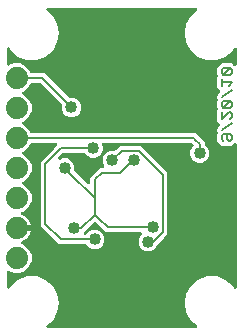
<source format=gbr>
G04 EAGLE Gerber RS-274X export*
G75*
%MOMM*%
%FSLAX34Y34*%
%LPD*%
%INBottom Copper*%
%IPPOS*%
%AMOC8*
5,1,8,0,0,1.08239X$1,22.5*%
G01*
%ADD10C,0.152400*%
%ADD11C,1.879600*%
%ADD12C,1.016000*%
%ADD13C,0.203200*%

G36*
X164302Y4323D02*
X164302Y4323D01*
X164337Y4321D01*
X164459Y4343D01*
X164582Y4359D01*
X164615Y4372D01*
X164650Y4378D01*
X164763Y4430D01*
X164878Y4476D01*
X164906Y4496D01*
X164939Y4511D01*
X165035Y4590D01*
X165135Y4662D01*
X165158Y4690D01*
X165185Y4712D01*
X165259Y4812D01*
X165338Y4907D01*
X165353Y4939D01*
X165374Y4968D01*
X165421Y5083D01*
X165474Y5195D01*
X165480Y5230D01*
X165493Y5263D01*
X165510Y5386D01*
X165533Y5507D01*
X165531Y5543D01*
X165536Y5578D01*
X165521Y5701D01*
X165514Y5825D01*
X165503Y5859D01*
X165498Y5894D01*
X165454Y6009D01*
X165416Y6127D01*
X165397Y6157D01*
X165384Y6190D01*
X165312Y6291D01*
X165245Y6396D01*
X165220Y6420D01*
X165199Y6449D01*
X165082Y6560D01*
X160215Y10644D01*
X156229Y17549D01*
X154845Y25400D01*
X156229Y33251D01*
X160215Y40155D01*
X166322Y45280D01*
X173814Y48007D01*
X181786Y48007D01*
X189278Y45280D01*
X195385Y40156D01*
X196513Y38202D01*
X196601Y38086D01*
X196686Y37968D01*
X196697Y37959D01*
X196705Y37949D01*
X196819Y37858D01*
X196931Y37765D01*
X196944Y37759D01*
X196954Y37751D01*
X197088Y37691D01*
X197219Y37630D01*
X197232Y37627D01*
X197245Y37622D01*
X197389Y37597D01*
X197532Y37570D01*
X197545Y37571D01*
X197558Y37568D01*
X197704Y37581D01*
X197849Y37590D01*
X197862Y37594D01*
X197875Y37595D01*
X198013Y37643D01*
X198151Y37688D01*
X198163Y37695D01*
X198176Y37699D01*
X198297Y37780D01*
X198420Y37858D01*
X198429Y37868D01*
X198441Y37875D01*
X198538Y37983D01*
X198638Y38089D01*
X198645Y38101D01*
X198654Y38111D01*
X198721Y38240D01*
X198792Y38368D01*
X198795Y38381D01*
X198801Y38393D01*
X198835Y38535D01*
X198871Y38676D01*
X198872Y38694D01*
X198874Y38702D01*
X198874Y38720D01*
X198881Y38837D01*
X198881Y159649D01*
X198864Y159786D01*
X198851Y159925D01*
X198844Y159944D01*
X198841Y159964D01*
X198791Y160093D01*
X198743Y160224D01*
X198732Y160241D01*
X198724Y160260D01*
X198643Y160372D01*
X198565Y160487D01*
X198549Y160501D01*
X198538Y160517D01*
X198430Y160606D01*
X198326Y160698D01*
X198308Y160707D01*
X198293Y160720D01*
X198167Y160779D01*
X198043Y160843D01*
X198023Y160847D01*
X198005Y160856D01*
X197869Y160882D01*
X197733Y160912D01*
X197712Y160912D01*
X197693Y160915D01*
X197554Y160907D01*
X197415Y160903D01*
X197395Y160897D01*
X197375Y160896D01*
X197243Y160853D01*
X197109Y160814D01*
X197092Y160804D01*
X197073Y160798D01*
X196955Y160723D01*
X196835Y160653D01*
X196814Y160634D01*
X196804Y160627D01*
X196790Y160612D01*
X196715Y160546D01*
X194963Y158795D01*
X190152Y158795D01*
X190138Y158801D01*
X190020Y158820D01*
X189904Y158846D01*
X189864Y158845D01*
X189824Y158851D01*
X189705Y158840D01*
X189586Y158836D01*
X189547Y158825D01*
X189507Y158821D01*
X189434Y158795D01*
X186044Y158795D01*
X182371Y162468D01*
X182371Y168506D01*
X182556Y168690D01*
X182650Y168812D01*
X182745Y168931D01*
X182747Y168937D01*
X182751Y168942D01*
X182812Y169083D01*
X182874Y169222D01*
X182875Y169228D01*
X182877Y169234D01*
X182902Y169387D01*
X182927Y169536D01*
X182926Y169542D01*
X182927Y169548D01*
X182913Y169701D01*
X182900Y169852D01*
X182898Y169858D01*
X182897Y169864D01*
X182846Y170008D01*
X182795Y170153D01*
X182791Y170160D01*
X182790Y170164D01*
X182784Y170172D01*
X182715Y170292D01*
X182136Y171160D01*
X182755Y174256D01*
X184525Y175436D01*
X184590Y175492D01*
X184660Y175540D01*
X184710Y175596D01*
X184766Y175645D01*
X184814Y175714D01*
X184871Y175778D01*
X184905Y175845D01*
X184947Y175906D01*
X184977Y175986D01*
X185015Y176062D01*
X185032Y176134D01*
X185057Y176204D01*
X185066Y176289D01*
X185085Y176372D01*
X185083Y176446D01*
X185090Y176521D01*
X185078Y176605D01*
X185075Y176690D01*
X185054Y176761D01*
X185044Y176835D01*
X185010Y176913D01*
X184987Y176995D01*
X184949Y177059D01*
X184920Y177128D01*
X184868Y177196D01*
X184825Y177269D01*
X184733Y177373D01*
X184727Y177381D01*
X184724Y177384D01*
X184719Y177390D01*
X182371Y179738D01*
X182371Y188657D01*
X182412Y188697D01*
X182485Y188792D01*
X182564Y188881D01*
X182582Y188917D01*
X182607Y188949D01*
X182654Y189058D01*
X182708Y189164D01*
X182717Y189204D01*
X182733Y189241D01*
X182752Y189358D01*
X182778Y189474D01*
X182777Y189515D01*
X182783Y189555D01*
X182772Y189673D01*
X182768Y189792D01*
X182757Y189831D01*
X182753Y189871D01*
X182713Y189984D01*
X182680Y190098D01*
X182660Y190132D01*
X182646Y190171D01*
X182579Y190269D01*
X182518Y190372D01*
X182479Y190417D01*
X182467Y190434D01*
X182452Y190447D01*
X182412Y190493D01*
X182371Y190533D01*
X182371Y196571D01*
X182556Y196756D01*
X182650Y196878D01*
X182745Y196997D01*
X182747Y197002D01*
X182751Y197007D01*
X182812Y197148D01*
X182874Y197287D01*
X182875Y197294D01*
X182877Y197299D01*
X182902Y197452D01*
X182927Y197601D01*
X182926Y197607D01*
X182927Y197613D01*
X182913Y197767D01*
X182900Y197918D01*
X182898Y197924D01*
X182897Y197930D01*
X182846Y198074D01*
X182795Y198218D01*
X182791Y198225D01*
X182790Y198229D01*
X182784Y198237D01*
X182715Y198358D01*
X182136Y199226D01*
X182755Y202322D01*
X184525Y203502D01*
X184590Y203558D01*
X184660Y203605D01*
X184710Y203661D01*
X184766Y203710D01*
X184814Y203780D01*
X184871Y203844D01*
X184905Y203910D01*
X184947Y203972D01*
X184977Y204051D01*
X185015Y204127D01*
X185032Y204200D01*
X185057Y204270D01*
X185066Y204354D01*
X185085Y204437D01*
X185083Y204512D01*
X185090Y204586D01*
X185078Y204670D01*
X185075Y204755D01*
X185054Y204827D01*
X185044Y204901D01*
X185010Y204979D01*
X184987Y205061D01*
X184949Y205125D01*
X184920Y205194D01*
X184868Y205262D01*
X184825Y205335D01*
X184733Y205439D01*
X184727Y205447D01*
X184724Y205449D01*
X184719Y205456D01*
X182371Y207803D01*
X182371Y216722D01*
X182412Y216763D01*
X182485Y216857D01*
X182564Y216946D01*
X182582Y216982D01*
X182607Y217014D01*
X182654Y217124D01*
X182708Y217230D01*
X182717Y217269D01*
X182733Y217306D01*
X182752Y217424D01*
X182778Y217540D01*
X182777Y217580D01*
X182783Y217620D01*
X182772Y217739D01*
X182768Y217858D01*
X182757Y217897D01*
X182753Y217937D01*
X182713Y218049D01*
X182680Y218163D01*
X182659Y218198D01*
X182646Y218236D01*
X182579Y218335D01*
X182518Y218437D01*
X182479Y218483D01*
X182467Y218499D01*
X182452Y218513D01*
X182412Y218558D01*
X182371Y218599D01*
X182371Y224637D01*
X186044Y228310D01*
X194963Y228310D01*
X196032Y227241D01*
X196714Y226559D01*
X196824Y226473D01*
X196931Y226385D01*
X196950Y226376D01*
X196966Y226364D01*
X197094Y226308D01*
X197219Y226249D01*
X197239Y226245D01*
X197258Y226237D01*
X197396Y226215D01*
X197532Y226189D01*
X197552Y226191D01*
X197572Y226187D01*
X197711Y226200D01*
X197849Y226209D01*
X197868Y226215D01*
X197888Y226217D01*
X198019Y226264D01*
X198151Y226307D01*
X198169Y226318D01*
X198188Y226325D01*
X198302Y226403D01*
X198420Y226477D01*
X198434Y226492D01*
X198451Y226503D01*
X198543Y226607D01*
X198638Y226709D01*
X198648Y226727D01*
X198661Y226742D01*
X198724Y226865D01*
X198792Y226987D01*
X198797Y227007D01*
X198806Y227025D01*
X198836Y227161D01*
X198871Y227295D01*
X198873Y227323D01*
X198876Y227335D01*
X198875Y227356D01*
X198881Y227456D01*
X198881Y240563D01*
X198863Y240708D01*
X198848Y240853D01*
X198843Y240866D01*
X198841Y240879D01*
X198788Y241014D01*
X198737Y241151D01*
X198729Y241162D01*
X198724Y241175D01*
X198639Y241292D01*
X198556Y241412D01*
X198545Y241421D01*
X198538Y241432D01*
X198426Y241525D01*
X198315Y241620D01*
X198303Y241626D01*
X198293Y241635D01*
X198161Y241697D01*
X198030Y241762D01*
X198017Y241765D01*
X198005Y241770D01*
X197863Y241798D01*
X197719Y241828D01*
X197706Y241828D01*
X197693Y241830D01*
X197548Y241821D01*
X197402Y241815D01*
X197388Y241811D01*
X197375Y241810D01*
X197237Y241766D01*
X197097Y241724D01*
X197085Y241717D01*
X197073Y241712D01*
X196950Y241635D01*
X196825Y241559D01*
X196815Y241549D01*
X196804Y241542D01*
X196704Y241436D01*
X196602Y241332D01*
X196592Y241317D01*
X196586Y241311D01*
X196578Y241296D01*
X196513Y241198D01*
X195385Y239245D01*
X189278Y234120D01*
X181786Y231393D01*
X173814Y231393D01*
X166322Y234120D01*
X160215Y239244D01*
X156229Y246149D01*
X154845Y254000D01*
X156229Y261851D01*
X160215Y268755D01*
X165082Y272840D01*
X165106Y272866D01*
X165135Y272886D01*
X165214Y272982D01*
X165299Y273073D01*
X165315Y273104D01*
X165338Y273131D01*
X165391Y273244D01*
X165450Y273353D01*
X165458Y273387D01*
X165474Y273419D01*
X165497Y273541D01*
X165527Y273661D01*
X165527Y273697D01*
X165533Y273732D01*
X165526Y273855D01*
X165525Y273979D01*
X165516Y274014D01*
X165514Y274049D01*
X165475Y274167D01*
X165444Y274287D01*
X165426Y274318D01*
X165416Y274351D01*
X165349Y274456D01*
X165289Y274565D01*
X165264Y274590D01*
X165245Y274620D01*
X165155Y274705D01*
X165070Y274795D01*
X165040Y274814D01*
X165014Y274838D01*
X164905Y274898D01*
X164800Y274964D01*
X164766Y274975D01*
X164735Y274992D01*
X164615Y275023D01*
X164497Y275060D01*
X164462Y275062D01*
X164427Y275071D01*
X164267Y275081D01*
X38933Y275081D01*
X38898Y275077D01*
X38863Y275079D01*
X38741Y275057D01*
X38618Y275041D01*
X38585Y275028D01*
X38550Y275022D01*
X38437Y274970D01*
X38322Y274924D01*
X38294Y274904D01*
X38261Y274889D01*
X38165Y274810D01*
X38065Y274738D01*
X38042Y274710D01*
X38015Y274688D01*
X37941Y274588D01*
X37862Y274493D01*
X37847Y274461D01*
X37826Y274432D01*
X37779Y274317D01*
X37726Y274205D01*
X37720Y274170D01*
X37707Y274137D01*
X37690Y274014D01*
X37667Y273893D01*
X37669Y273857D01*
X37664Y273822D01*
X37679Y273699D01*
X37686Y273575D01*
X37697Y273541D01*
X37702Y273506D01*
X37746Y273391D01*
X37784Y273273D01*
X37803Y273243D01*
X37816Y273210D01*
X37888Y273109D01*
X37955Y273004D01*
X37980Y272980D01*
X38001Y272951D01*
X38118Y272840D01*
X42985Y268756D01*
X46971Y261851D01*
X48355Y254000D01*
X46971Y246149D01*
X42985Y239245D01*
X36878Y234120D01*
X29386Y231393D01*
X21414Y231393D01*
X13922Y234120D01*
X7815Y239244D01*
X6687Y241198D01*
X6599Y241314D01*
X6514Y241432D01*
X6503Y241441D01*
X6495Y241451D01*
X6381Y241542D01*
X6269Y241635D01*
X6256Y241641D01*
X6246Y241649D01*
X6112Y241709D01*
X5981Y241770D01*
X5968Y241773D01*
X5955Y241778D01*
X5811Y241803D01*
X5668Y241830D01*
X5655Y241829D01*
X5642Y241832D01*
X5496Y241819D01*
X5351Y241810D01*
X5338Y241806D01*
X5325Y241805D01*
X5187Y241757D01*
X5049Y241712D01*
X5037Y241705D01*
X5024Y241701D01*
X4903Y241620D01*
X4780Y241542D01*
X4771Y241532D01*
X4759Y241525D01*
X4662Y241417D01*
X4562Y241311D01*
X4555Y241299D01*
X4546Y241289D01*
X4479Y241160D01*
X4408Y241032D01*
X4405Y241019D01*
X4399Y241007D01*
X4365Y240865D01*
X4329Y240724D01*
X4328Y240706D01*
X4326Y240698D01*
X4326Y240680D01*
X4319Y240563D01*
X4319Y227800D01*
X4325Y227751D01*
X4323Y227701D01*
X4345Y227594D01*
X4359Y227485D01*
X4377Y227439D01*
X4387Y227390D01*
X4435Y227291D01*
X4476Y227189D01*
X4505Y227149D01*
X4527Y227104D01*
X4598Y227020D01*
X4662Y226932D01*
X4701Y226900D01*
X4733Y226862D01*
X4823Y226799D01*
X4907Y226729D01*
X4952Y226708D01*
X4993Y226679D01*
X5096Y226640D01*
X5195Y226593D01*
X5244Y226584D01*
X5290Y226566D01*
X5400Y226554D01*
X5507Y226533D01*
X5557Y226537D01*
X5606Y226531D01*
X5715Y226546D01*
X5825Y226553D01*
X5872Y226569D01*
X5921Y226575D01*
X6074Y226628D01*
X10224Y228347D01*
X15176Y228347D01*
X19750Y226452D01*
X23252Y222950D01*
X24164Y220748D01*
X24179Y220723D01*
X24188Y220695D01*
X24257Y220585D01*
X24322Y220472D01*
X24342Y220451D01*
X24358Y220426D01*
X24452Y220337D01*
X24543Y220244D01*
X24568Y220228D01*
X24590Y220208D01*
X24703Y220145D01*
X24814Y220077D01*
X24842Y220069D01*
X24868Y220054D01*
X24994Y220022D01*
X25118Y219984D01*
X25147Y219982D01*
X25176Y219975D01*
X25337Y219965D01*
X35974Y219965D01*
X56430Y199508D01*
X56508Y199448D01*
X56580Y199380D01*
X56633Y199351D01*
X56681Y199314D01*
X56772Y199274D01*
X56859Y199226D01*
X56917Y199211D01*
X56973Y199187D01*
X57071Y199172D01*
X57167Y199147D01*
X57267Y199141D01*
X57287Y199137D01*
X57299Y199139D01*
X57327Y199137D01*
X60545Y199137D01*
X63533Y197899D01*
X65819Y195613D01*
X67057Y192625D01*
X67057Y189391D01*
X65819Y186403D01*
X63533Y184117D01*
X60545Y182879D01*
X57311Y182879D01*
X54323Y184117D01*
X52037Y186403D01*
X50799Y189391D01*
X50799Y192639D01*
X50822Y192742D01*
X50857Y192867D01*
X50857Y192897D01*
X50864Y192926D01*
X50860Y193055D01*
X50862Y193185D01*
X50855Y193214D01*
X50854Y193244D01*
X50818Y193368D01*
X50788Y193495D01*
X50774Y193521D01*
X50766Y193549D01*
X50700Y193661D01*
X50639Y193776D01*
X50619Y193798D01*
X50604Y193823D01*
X50498Y193944D01*
X32978Y211464D01*
X32900Y211524D01*
X32828Y211592D01*
X32775Y211621D01*
X32727Y211658D01*
X32636Y211698D01*
X32549Y211746D01*
X32491Y211761D01*
X32435Y211785D01*
X32337Y211800D01*
X32241Y211825D01*
X32141Y211831D01*
X32121Y211835D01*
X32109Y211833D01*
X32081Y211835D01*
X25337Y211835D01*
X25307Y211832D01*
X25278Y211834D01*
X25150Y211812D01*
X25021Y211795D01*
X24994Y211785D01*
X24965Y211780D01*
X24846Y211726D01*
X24725Y211678D01*
X24702Y211661D01*
X24675Y211649D01*
X24573Y211568D01*
X24468Y211492D01*
X24449Y211469D01*
X24426Y211450D01*
X24348Y211347D01*
X24265Y211247D01*
X24253Y211220D01*
X24235Y211196D01*
X24164Y211052D01*
X23252Y208850D01*
X19750Y205348D01*
X17395Y204373D01*
X17275Y204304D01*
X17152Y204239D01*
X17137Y204225D01*
X17119Y204215D01*
X17019Y204118D01*
X16916Y204025D01*
X16905Y204008D01*
X16891Y203994D01*
X16818Y203875D01*
X16742Y203759D01*
X16735Y203740D01*
X16724Y203723D01*
X16683Y203590D01*
X16638Y203458D01*
X16637Y203438D01*
X16631Y203419D01*
X16624Y203280D01*
X16613Y203141D01*
X16617Y203121D01*
X16616Y203101D01*
X16644Y202965D01*
X16668Y202828D01*
X16676Y202809D01*
X16680Y202790D01*
X16741Y202664D01*
X16798Y202538D01*
X16811Y202522D01*
X16820Y202504D01*
X16910Y202398D01*
X16997Y202290D01*
X17013Y202277D01*
X17026Y202262D01*
X17140Y202182D01*
X17251Y202098D01*
X17276Y202086D01*
X17286Y202079D01*
X17305Y202072D01*
X17395Y202027D01*
X19751Y201052D01*
X23252Y197550D01*
X25147Y192976D01*
X25147Y188024D01*
X23252Y183450D01*
X19750Y179948D01*
X17395Y178973D01*
X17275Y178904D01*
X17152Y178839D01*
X17137Y178825D01*
X17119Y178815D01*
X17019Y178718D01*
X16916Y178625D01*
X16905Y178608D01*
X16891Y178594D01*
X16818Y178475D01*
X16742Y178359D01*
X16735Y178340D01*
X16724Y178323D01*
X16683Y178190D01*
X16638Y178058D01*
X16637Y178038D01*
X16631Y178019D01*
X16624Y177880D01*
X16613Y177741D01*
X16617Y177721D01*
X16616Y177701D01*
X16644Y177565D01*
X16668Y177428D01*
X16676Y177409D01*
X16680Y177390D01*
X16741Y177264D01*
X16798Y177138D01*
X16811Y177122D01*
X16820Y177104D01*
X16910Y176998D01*
X16997Y176890D01*
X17013Y176877D01*
X17026Y176862D01*
X17140Y176782D01*
X17251Y176698D01*
X17276Y176686D01*
X17286Y176679D01*
X17305Y176672D01*
X17395Y176627D01*
X19751Y175652D01*
X23252Y172150D01*
X24164Y169948D01*
X24179Y169923D01*
X24188Y169895D01*
X24257Y169785D01*
X24322Y169672D01*
X24342Y169651D01*
X24358Y169626D01*
X24452Y169537D01*
X24543Y169444D01*
X24568Y169428D01*
X24590Y169408D01*
X24703Y169345D01*
X24814Y169277D01*
X24842Y169269D01*
X24868Y169254D01*
X24994Y169222D01*
X25118Y169184D01*
X25147Y169182D01*
X25176Y169175D01*
X25337Y169165D01*
X164244Y169165D01*
X171705Y161704D01*
X171705Y160357D01*
X171717Y160259D01*
X171720Y160160D01*
X171737Y160101D01*
X171745Y160041D01*
X171781Y159949D01*
X171809Y159854D01*
X171839Y159802D01*
X171862Y159746D01*
X171920Y159666D01*
X171970Y159580D01*
X172036Y159505D01*
X172048Y159488D01*
X172058Y159480D01*
X172076Y159459D01*
X174531Y157005D01*
X175769Y154017D01*
X175769Y150783D01*
X174531Y147795D01*
X172245Y145509D01*
X169257Y144271D01*
X166023Y144271D01*
X163035Y145509D01*
X160749Y147795D01*
X159511Y150783D01*
X159511Y154017D01*
X160749Y157005D01*
X161930Y158186D01*
X162003Y158280D01*
X162082Y158370D01*
X162101Y158405D01*
X162125Y158437D01*
X162173Y158547D01*
X162227Y158653D01*
X162236Y158692D01*
X162252Y158729D01*
X162270Y158847D01*
X162296Y158963D01*
X162295Y159003D01*
X162302Y159043D01*
X162290Y159162D01*
X162287Y159281D01*
X162276Y159320D01*
X162272Y159360D01*
X162231Y159472D01*
X162198Y159586D01*
X162178Y159621D01*
X162164Y159659D01*
X162097Y159758D01*
X162037Y159860D01*
X161997Y159906D01*
X161986Y159922D01*
X161970Y159936D01*
X161930Y159981D01*
X161248Y160664D01*
X161170Y160724D01*
X161098Y160792D01*
X161045Y160821D01*
X160997Y160858D01*
X160906Y160898D01*
X160819Y160946D01*
X160761Y160961D01*
X160705Y160985D01*
X160607Y161000D01*
X160511Y161025D01*
X160411Y161031D01*
X160391Y161035D01*
X160379Y161033D01*
X160351Y161035D01*
X86021Y161035D01*
X85971Y161029D01*
X85922Y161031D01*
X85814Y161009D01*
X85705Y160995D01*
X85659Y160977D01*
X85610Y160967D01*
X85512Y160919D01*
X85409Y160878D01*
X85369Y160849D01*
X85324Y160827D01*
X85241Y160756D01*
X85152Y160692D01*
X85120Y160653D01*
X85082Y160621D01*
X85019Y160531D01*
X84949Y160447D01*
X84928Y160402D01*
X84899Y160361D01*
X84860Y160258D01*
X84814Y160159D01*
X84804Y160110D01*
X84787Y160064D01*
X84774Y159954D01*
X84754Y159847D01*
X84757Y159797D01*
X84751Y159748D01*
X84767Y159639D01*
X84774Y159529D01*
X84789Y159482D01*
X84796Y159433D01*
X84848Y159280D01*
X85345Y158081D01*
X85345Y154847D01*
X84107Y151859D01*
X81821Y149573D01*
X78833Y148335D01*
X75599Y148335D01*
X72611Y149573D01*
X70157Y152028D01*
X70078Y152088D01*
X70006Y152156D01*
X69953Y152185D01*
X69905Y152222D01*
X69814Y152262D01*
X69728Y152310D01*
X69669Y152325D01*
X69614Y152349D01*
X69516Y152364D01*
X69420Y152389D01*
X69320Y152395D01*
X69299Y152399D01*
X69287Y152397D01*
X69259Y152399D01*
X51993Y152399D01*
X51895Y152387D01*
X51796Y152384D01*
X51738Y152367D01*
X51678Y152359D01*
X51586Y152323D01*
X51491Y152295D01*
X51439Y152265D01*
X51382Y152242D01*
X51302Y152184D01*
X51217Y152134D01*
X51141Y152068D01*
X51125Y152056D01*
X51117Y152046D01*
X51096Y152028D01*
X49572Y150504D01*
X47997Y148928D01*
X47954Y148873D01*
X47904Y148825D01*
X47857Y148748D01*
X47802Y148677D01*
X47774Y148613D01*
X47738Y148553D01*
X47711Y148468D01*
X47675Y148385D01*
X47664Y148316D01*
X47644Y148250D01*
X47640Y148160D01*
X47626Y148071D01*
X47632Y148001D01*
X47629Y147932D01*
X47647Y147844D01*
X47655Y147754D01*
X47679Y147689D01*
X47693Y147620D01*
X47733Y147540D01*
X47763Y147455D01*
X47802Y147397D01*
X47833Y147335D01*
X47891Y147266D01*
X47942Y147192D01*
X47994Y147146D01*
X48039Y147093D01*
X48112Y147041D01*
X48180Y146982D01*
X48242Y146950D01*
X48299Y146910D01*
X48383Y146878D01*
X48463Y146837D01*
X48531Y146822D01*
X48597Y146797D01*
X48686Y146787D01*
X48773Y146767D01*
X48843Y146769D01*
X48913Y146762D01*
X49002Y146774D01*
X49091Y146777D01*
X49158Y146796D01*
X49228Y146806D01*
X49380Y146858D01*
X51723Y147829D01*
X54957Y147829D01*
X57945Y146591D01*
X60231Y144305D01*
X61469Y141317D01*
X61469Y137845D01*
X61481Y137747D01*
X61484Y137648D01*
X61501Y137590D01*
X61509Y137530D01*
X61545Y137438D01*
X61573Y137343D01*
X61603Y137291D01*
X61626Y137234D01*
X61684Y137154D01*
X61734Y137069D01*
X61800Y136993D01*
X61812Y136977D01*
X61822Y136969D01*
X61840Y136948D01*
X72509Y126280D01*
X72618Y126195D01*
X72725Y126106D01*
X72744Y126097D01*
X72760Y126085D01*
X72888Y126029D01*
X73013Y125970D01*
X73033Y125967D01*
X73052Y125959D01*
X73190Y125937D01*
X73326Y125911D01*
X73346Y125912D01*
X73366Y125909D01*
X73505Y125922D01*
X73643Y125930D01*
X73662Y125937D01*
X73682Y125939D01*
X73814Y125986D01*
X73945Y126028D01*
X73963Y126039D01*
X73982Y126046D01*
X74097Y126124D01*
X74214Y126199D01*
X74228Y126213D01*
X74245Y126225D01*
X74337Y126329D01*
X74432Y126430D01*
X74442Y126448D01*
X74455Y126463D01*
X74519Y126587D01*
X74586Y126709D01*
X74591Y126728D01*
X74600Y126746D01*
X74630Y126882D01*
X74665Y127017D01*
X74667Y127045D01*
X74670Y127057D01*
X74669Y127077D01*
X74675Y127177D01*
X74675Y131224D01*
X83406Y139955D01*
X85404Y139955D01*
X85453Y139961D01*
X85503Y139959D01*
X85610Y139981D01*
X85719Y139995D01*
X85766Y140013D01*
X85814Y140023D01*
X85913Y140071D01*
X86015Y140112D01*
X86055Y140141D01*
X86100Y140163D01*
X86184Y140234D01*
X86272Y140298D01*
X86304Y140337D01*
X86342Y140369D01*
X86405Y140459D01*
X86475Y140543D01*
X86496Y140588D01*
X86525Y140629D01*
X86564Y140732D01*
X86611Y140831D01*
X86620Y140880D01*
X86638Y140926D01*
X86650Y141036D01*
X86671Y141143D01*
X86668Y141193D01*
X86673Y141242D01*
X86658Y141351D01*
X86651Y141461D01*
X86636Y141508D01*
X86629Y141557D01*
X86577Y141710D01*
X85343Y144687D01*
X85343Y147921D01*
X86581Y150909D01*
X88867Y153195D01*
X91855Y154433D01*
X95327Y154433D01*
X95425Y154445D01*
X95524Y154448D01*
X95582Y154465D01*
X95642Y154473D01*
X95734Y154509D01*
X95829Y154537D01*
X95881Y154567D01*
X95938Y154590D01*
X96018Y154648D01*
X96103Y154698D01*
X96179Y154764D01*
X96195Y154776D01*
X96203Y154786D01*
X96224Y154804D01*
X99916Y158497D01*
X117508Y158497D01*
X140209Y135796D01*
X140209Y83660D01*
X137456Y80908D01*
X132212Y75664D01*
X132206Y75656D01*
X132199Y75651D01*
X132109Y75531D01*
X132017Y75412D01*
X132013Y75404D01*
X132008Y75396D01*
X131937Y75252D01*
X130843Y72611D01*
X128557Y70325D01*
X125569Y69087D01*
X122335Y69087D01*
X119347Y70325D01*
X117061Y72611D01*
X115823Y75599D01*
X115823Y78833D01*
X117061Y81821D01*
X118417Y83177D01*
X118502Y83286D01*
X118591Y83393D01*
X118599Y83412D01*
X118612Y83428D01*
X118667Y83555D01*
X118726Y83681D01*
X118730Y83701D01*
X118738Y83720D01*
X118760Y83857D01*
X118786Y83994D01*
X118785Y84014D01*
X118788Y84034D01*
X118775Y84173D01*
X118766Y84311D01*
X118760Y84330D01*
X118758Y84350D01*
X118711Y84482D01*
X118668Y84613D01*
X118657Y84631D01*
X118650Y84650D01*
X118572Y84765D01*
X118498Y84882D01*
X118483Y84896D01*
X118472Y84913D01*
X118368Y85005D01*
X118266Y85100D01*
X118249Y85110D01*
X118233Y85123D01*
X118109Y85187D01*
X117988Y85254D01*
X117968Y85259D01*
X117950Y85268D01*
X117814Y85298D01*
X117680Y85333D01*
X117652Y85335D01*
X117640Y85338D01*
X117619Y85337D01*
X117519Y85343D01*
X87978Y85343D01*
X79968Y93354D01*
X79637Y93684D01*
X79543Y93757D01*
X79454Y93836D01*
X79418Y93854D01*
X79386Y93879D01*
X79277Y93926D01*
X79171Y93980D01*
X79132Y93989D01*
X79094Y94005D01*
X78977Y94024D01*
X78861Y94050D01*
X78820Y94049D01*
X78780Y94055D01*
X78662Y94044D01*
X78543Y94040D01*
X78504Y94029D01*
X78464Y94025D01*
X78351Y93985D01*
X78237Y93952D01*
X78202Y93932D01*
X78164Y93918D01*
X78066Y93851D01*
X77963Y93790D01*
X77918Y93751D01*
X77901Y93739D01*
X77888Y93724D01*
X77842Y93684D01*
X71746Y87588D01*
X69638Y85479D01*
X69553Y85370D01*
X69464Y85263D01*
X69455Y85244D01*
X69443Y85228D01*
X69387Y85100D01*
X69328Y84975D01*
X69325Y84955D01*
X69317Y84936D01*
X69295Y84798D01*
X69269Y84662D01*
X69270Y84642D01*
X69267Y84622D01*
X69280Y84483D01*
X69288Y84345D01*
X69295Y84326D01*
X69297Y84306D01*
X69344Y84174D01*
X69386Y84043D01*
X69397Y84025D01*
X69404Y84006D01*
X69482Y83891D01*
X69557Y83774D01*
X69571Y83760D01*
X69583Y83743D01*
X69687Y83651D01*
X69788Y83556D01*
X69806Y83546D01*
X69821Y83533D01*
X69945Y83469D01*
X70067Y83402D01*
X70086Y83397D01*
X70104Y83388D01*
X70240Y83358D01*
X70375Y83323D01*
X70403Y83321D01*
X70415Y83318D01*
X70435Y83319D01*
X70535Y83313D01*
X70783Y83313D01*
X70881Y83325D01*
X70980Y83328D01*
X71039Y83345D01*
X71099Y83353D01*
X71191Y83389D01*
X71286Y83417D01*
X71338Y83447D01*
X71394Y83470D01*
X71474Y83528D01*
X71560Y83578D01*
X71635Y83644D01*
X71652Y83656D01*
X71660Y83666D01*
X71681Y83684D01*
X74135Y86139D01*
X77123Y87377D01*
X80357Y87377D01*
X83345Y86139D01*
X85631Y83853D01*
X86869Y80865D01*
X86869Y77631D01*
X85631Y74643D01*
X83345Y72357D01*
X80357Y71119D01*
X77123Y71119D01*
X74135Y72357D01*
X71681Y74812D01*
X71602Y74872D01*
X71530Y74940D01*
X71477Y74969D01*
X71429Y75006D01*
X71338Y75046D01*
X71252Y75094D01*
X71193Y75109D01*
X71138Y75133D01*
X71040Y75148D01*
X70944Y75173D01*
X70844Y75179D01*
X70823Y75183D01*
X70811Y75181D01*
X70783Y75183D01*
X48608Y75183D01*
X32765Y91026D01*
X32765Y145194D01*
X43824Y156252D01*
X46440Y158869D01*
X46525Y158978D01*
X46614Y159085D01*
X46623Y159104D01*
X46635Y159120D01*
X46690Y159248D01*
X46750Y159373D01*
X46753Y159393D01*
X46761Y159412D01*
X46783Y159550D01*
X46809Y159686D01*
X46808Y159706D01*
X46811Y159726D01*
X46798Y159865D01*
X46790Y160003D01*
X46783Y160022D01*
X46781Y160042D01*
X46734Y160174D01*
X46692Y160305D01*
X46681Y160323D01*
X46674Y160342D01*
X46596Y160457D01*
X46521Y160574D01*
X46507Y160588D01*
X46495Y160605D01*
X46391Y160697D01*
X46290Y160792D01*
X46272Y160802D01*
X46257Y160815D01*
X46133Y160879D01*
X46011Y160946D01*
X45992Y160951D01*
X45974Y160960D01*
X45838Y160990D01*
X45703Y161025D01*
X45675Y161027D01*
X45663Y161030D01*
X45643Y161029D01*
X45543Y161035D01*
X25337Y161035D01*
X25307Y161032D01*
X25278Y161034D01*
X25150Y161012D01*
X25021Y160995D01*
X24994Y160985D01*
X24965Y160980D01*
X24846Y160926D01*
X24725Y160878D01*
X24702Y160861D01*
X24675Y160849D01*
X24573Y160768D01*
X24468Y160692D01*
X24449Y160669D01*
X24426Y160650D01*
X24348Y160547D01*
X24265Y160447D01*
X24253Y160420D01*
X24235Y160396D01*
X24164Y160252D01*
X23252Y158050D01*
X19750Y154548D01*
X17395Y153573D01*
X17275Y153504D01*
X17152Y153439D01*
X17137Y153425D01*
X17119Y153415D01*
X17019Y153318D01*
X16916Y153225D01*
X16905Y153208D01*
X16891Y153194D01*
X16818Y153075D01*
X16742Y152959D01*
X16735Y152940D01*
X16724Y152923D01*
X16683Y152790D01*
X16638Y152658D01*
X16637Y152638D01*
X16631Y152619D01*
X16624Y152480D01*
X16613Y152341D01*
X16617Y152321D01*
X16616Y152301D01*
X16644Y152165D01*
X16668Y152028D01*
X16676Y152009D01*
X16680Y151990D01*
X16741Y151864D01*
X16798Y151738D01*
X16811Y151722D01*
X16820Y151704D01*
X16910Y151598D01*
X16997Y151490D01*
X17013Y151477D01*
X17026Y151462D01*
X17140Y151382D01*
X17251Y151298D01*
X17276Y151286D01*
X17286Y151279D01*
X17305Y151272D01*
X17395Y151227D01*
X19751Y150252D01*
X23252Y146750D01*
X25147Y142176D01*
X25147Y137224D01*
X23252Y132650D01*
X19750Y129148D01*
X17395Y128173D01*
X17275Y128104D01*
X17152Y128039D01*
X17137Y128025D01*
X17119Y128015D01*
X17019Y127918D01*
X16916Y127825D01*
X16905Y127808D01*
X16891Y127794D01*
X16818Y127675D01*
X16742Y127559D01*
X16735Y127540D01*
X16724Y127523D01*
X16683Y127390D01*
X16638Y127258D01*
X16637Y127238D01*
X16631Y127219D01*
X16624Y127080D01*
X16613Y126941D01*
X16617Y126921D01*
X16616Y126901D01*
X16644Y126765D01*
X16668Y126628D01*
X16676Y126609D01*
X16680Y126590D01*
X16741Y126464D01*
X16798Y126338D01*
X16811Y126322D01*
X16820Y126304D01*
X16910Y126198D01*
X16997Y126090D01*
X17013Y126077D01*
X17026Y126062D01*
X17140Y125982D01*
X17251Y125898D01*
X17276Y125886D01*
X17286Y125879D01*
X17305Y125872D01*
X17395Y125827D01*
X19751Y124852D01*
X23252Y121350D01*
X25147Y116776D01*
X25147Y111824D01*
X23252Y107250D01*
X19750Y103748D01*
X16725Y102495D01*
X16699Y102480D01*
X16670Y102471D01*
X16561Y102401D01*
X16448Y102337D01*
X16427Y102316D01*
X16402Y102300D01*
X16313Y102206D01*
X16220Y102116D01*
X16204Y102090D01*
X16184Y102069D01*
X16121Y101955D01*
X16054Y101845D01*
X16045Y101816D01*
X16031Y101790D01*
X15998Y101665D01*
X15960Y101541D01*
X15959Y101511D01*
X15951Y101482D01*
X15951Y101352D01*
X15945Y101223D01*
X15951Y101194D01*
X15951Y101164D01*
X15983Y101039D01*
X16009Y100912D01*
X16022Y100885D01*
X16030Y100856D01*
X16092Y100743D01*
X16149Y100626D01*
X16168Y100603D01*
X16183Y100577D01*
X16271Y100483D01*
X16355Y100384D01*
X16380Y100367D01*
X16400Y100345D01*
X16509Y100276D01*
X16615Y100201D01*
X16643Y100190D01*
X16669Y100174D01*
X16818Y100115D01*
X17283Y99964D01*
X18957Y99111D01*
X20478Y98006D01*
X21806Y96678D01*
X22911Y95157D01*
X23764Y93483D01*
X24345Y91696D01*
X24385Y91439D01*
X13970Y91439D01*
X13852Y91424D01*
X13733Y91417D01*
X13695Y91404D01*
X13655Y91399D01*
X13544Y91356D01*
X13431Y91319D01*
X13397Y91297D01*
X13359Y91282D01*
X13263Y91212D01*
X13162Y91149D01*
X13134Y91119D01*
X13102Y91095D01*
X13026Y91004D01*
X12944Y90917D01*
X12925Y90882D01*
X12899Y90851D01*
X12848Y90743D01*
X12791Y90639D01*
X12780Y90599D01*
X12763Y90563D01*
X12741Y90446D01*
X12711Y90331D01*
X12707Y90270D01*
X12703Y90250D01*
X12705Y90230D01*
X12701Y90170D01*
X12701Y87630D01*
X12716Y87512D01*
X12723Y87393D01*
X12736Y87355D01*
X12741Y87314D01*
X12785Y87204D01*
X12821Y87091D01*
X12843Y87056D01*
X12858Y87019D01*
X12928Y86923D01*
X12991Y86822D01*
X13021Y86794D01*
X13045Y86761D01*
X13136Y86686D01*
X13223Y86604D01*
X13258Y86584D01*
X13290Y86559D01*
X13397Y86508D01*
X13502Y86450D01*
X13541Y86440D01*
X13577Y86423D01*
X13694Y86401D01*
X13809Y86371D01*
X13870Y86367D01*
X13890Y86363D01*
X13910Y86365D01*
X13970Y86361D01*
X24385Y86361D01*
X24345Y86104D01*
X23764Y84317D01*
X22911Y82643D01*
X21806Y81122D01*
X20478Y79794D01*
X18957Y78689D01*
X17283Y77836D01*
X16818Y77685D01*
X16791Y77672D01*
X16762Y77665D01*
X16648Y77605D01*
X16530Y77550D01*
X16507Y77531D01*
X16481Y77517D01*
X16385Y77430D01*
X16285Y77347D01*
X16268Y77323D01*
X16246Y77303D01*
X16174Y77194D01*
X16098Y77090D01*
X16087Y77062D01*
X16071Y77037D01*
X16029Y76914D01*
X15981Y76794D01*
X15977Y76764D01*
X15968Y76736D01*
X15957Y76607D01*
X15941Y76479D01*
X15945Y76449D01*
X15942Y76419D01*
X15965Y76291D01*
X15981Y76163D01*
X15992Y76135D01*
X15997Y76106D01*
X16050Y75988D01*
X16098Y75867D01*
X16115Y75843D01*
X16127Y75816D01*
X16208Y75715D01*
X16284Y75610D01*
X16307Y75591D01*
X16326Y75567D01*
X16430Y75489D01*
X16529Y75407D01*
X16556Y75394D01*
X16580Y75376D01*
X16725Y75305D01*
X19750Y74052D01*
X23252Y70550D01*
X25147Y65976D01*
X25147Y61024D01*
X23252Y56450D01*
X19750Y52948D01*
X15176Y51053D01*
X10224Y51053D01*
X6074Y52772D01*
X6026Y52786D01*
X5981Y52807D01*
X5873Y52827D01*
X5767Y52856D01*
X5717Y52857D01*
X5668Y52867D01*
X5559Y52860D01*
X5449Y52861D01*
X5401Y52850D01*
X5351Y52847D01*
X5247Y52813D01*
X5140Y52787D01*
X5096Y52764D01*
X5049Y52749D01*
X4956Y52690D01*
X4859Y52639D01*
X4822Y52605D01*
X4780Y52579D01*
X4705Y52498D01*
X4623Y52425D01*
X4596Y52383D01*
X4562Y52347D01*
X4509Y52251D01*
X4449Y52159D01*
X4432Y52112D01*
X4408Y52068D01*
X4381Y51962D01*
X4345Y51858D01*
X4341Y51809D01*
X4329Y51761D01*
X4319Y51600D01*
X4319Y38837D01*
X4337Y38692D01*
X4352Y38547D01*
X4357Y38534D01*
X4359Y38521D01*
X4412Y38386D01*
X4463Y38249D01*
X4471Y38238D01*
X4476Y38225D01*
X4561Y38108D01*
X4644Y37988D01*
X4655Y37979D01*
X4662Y37968D01*
X4775Y37875D01*
X4885Y37780D01*
X4897Y37774D01*
X4907Y37765D01*
X5039Y37703D01*
X5170Y37638D01*
X5183Y37635D01*
X5195Y37630D01*
X5337Y37602D01*
X5481Y37572D01*
X5494Y37572D01*
X5507Y37570D01*
X5652Y37579D01*
X5798Y37585D01*
X5812Y37589D01*
X5825Y37590D01*
X5963Y37634D01*
X6103Y37676D01*
X6115Y37683D01*
X6127Y37688D01*
X6250Y37765D01*
X6375Y37841D01*
X6385Y37851D01*
X6396Y37858D01*
X6496Y37964D01*
X6598Y38068D01*
X6608Y38083D01*
X6614Y38089D01*
X6622Y38104D01*
X6687Y38202D01*
X7815Y40155D01*
X13922Y45280D01*
X21414Y48007D01*
X29386Y48007D01*
X36878Y45280D01*
X42985Y40156D01*
X46971Y33251D01*
X48355Y25400D01*
X46971Y17549D01*
X42985Y10645D01*
X38118Y6560D01*
X38094Y6534D01*
X38065Y6514D01*
X37986Y6418D01*
X37901Y6327D01*
X37885Y6296D01*
X37862Y6269D01*
X37809Y6156D01*
X37750Y6047D01*
X37742Y6013D01*
X37726Y5981D01*
X37703Y5859D01*
X37673Y5739D01*
X37673Y5703D01*
X37667Y5668D01*
X37674Y5545D01*
X37675Y5421D01*
X37684Y5386D01*
X37686Y5351D01*
X37725Y5233D01*
X37756Y5113D01*
X37774Y5082D01*
X37784Y5049D01*
X37851Y4944D01*
X37911Y4835D01*
X37936Y4810D01*
X37955Y4780D01*
X38045Y4695D01*
X38130Y4605D01*
X38160Y4586D01*
X38186Y4562D01*
X38295Y4502D01*
X38400Y4436D01*
X38434Y4425D01*
X38465Y4408D01*
X38585Y4377D01*
X38703Y4340D01*
X38738Y4338D01*
X38773Y4329D01*
X38933Y4319D01*
X164267Y4319D01*
X164302Y4323D01*
G37*
D10*
X187623Y162606D02*
X186182Y164046D01*
X186182Y166927D01*
X187623Y168368D01*
X193385Y168368D01*
X194825Y166927D01*
X194825Y164046D01*
X193385Y162606D01*
X191944Y162606D01*
X190504Y164046D01*
X190504Y168368D01*
X186182Y171961D02*
X194825Y177723D01*
X186182Y181316D02*
X186182Y187078D01*
X186182Y181316D02*
X191944Y187078D01*
X193385Y187078D01*
X194825Y185638D01*
X194825Y182757D01*
X193385Y181316D01*
X193385Y190671D02*
X187623Y190671D01*
X193385Y190671D02*
X194825Y192112D01*
X194825Y194993D01*
X193385Y196433D01*
X187623Y196433D01*
X186182Y194993D01*
X186182Y192112D01*
X187623Y190671D01*
X193385Y196433D01*
X186182Y200026D02*
X194825Y205789D01*
X191944Y209382D02*
X194825Y212263D01*
X186182Y212263D01*
X186182Y209382D02*
X186182Y215144D01*
X187623Y218737D02*
X193385Y218737D01*
X194825Y220177D01*
X194825Y223058D01*
X193385Y224499D01*
X187623Y224499D01*
X186182Y223058D01*
X186182Y220177D01*
X187623Y218737D01*
X193385Y224499D01*
D11*
X12700Y63500D03*
X12700Y88900D03*
X12700Y114300D03*
X12700Y139700D03*
X12700Y165100D03*
X12700Y190500D03*
X12700Y215900D03*
D12*
X39370Y68580D03*
X181610Y114300D03*
X142240Y212090D03*
X41910Y177800D03*
X78740Y12700D03*
X76200Y140970D03*
D13*
X110490Y146050D02*
X110744Y146304D01*
X111760Y146304D01*
X100330Y135890D02*
X85090Y135890D01*
X100330Y135890D02*
X110490Y146050D01*
X128016Y89408D02*
X89662Y89408D01*
X81280Y97790D01*
X78740Y129540D02*
X79248Y130048D01*
X78740Y114300D02*
X78740Y100330D01*
X78740Y114300D02*
X78740Y129540D01*
X78740Y100330D02*
X67310Y88900D01*
X60960Y88900D01*
X78740Y100330D02*
X80010Y99060D01*
X81280Y97790D01*
X57150Y135890D02*
X53340Y139700D01*
X79248Y130048D02*
X85090Y135890D01*
X78740Y114300D02*
X57150Y135890D01*
D12*
X111760Y146304D03*
X128016Y89408D03*
X60960Y88900D03*
X53340Y139700D03*
D13*
X167640Y152400D02*
X167640Y160020D01*
X163830Y163830D01*
X162560Y165100D02*
X12700Y165100D01*
X162560Y165100D02*
X163830Y163830D01*
D12*
X167640Y152400D03*
D13*
X58928Y191262D02*
X58420Y191770D01*
X58928Y191262D02*
X58928Y191008D01*
X34290Y215900D02*
X12700Y215900D01*
X34290Y215900D02*
X58420Y191770D01*
D12*
X58928Y191008D03*
D13*
X78740Y79248D02*
X80010Y79248D01*
X50292Y79248D01*
X36830Y92710D01*
X36830Y143510D01*
X48260Y154940D01*
X49784Y156464D02*
X77216Y156464D01*
X49784Y156464D02*
X48260Y154940D01*
D12*
X78740Y79248D03*
X77216Y156464D03*
D13*
X123952Y77216D02*
X128016Y77216D01*
X136144Y85344D01*
X136144Y134112D01*
X115824Y154432D01*
X101600Y154432D01*
X93472Y146304D01*
D12*
X123952Y77216D03*
X93472Y146304D03*
M02*

</source>
